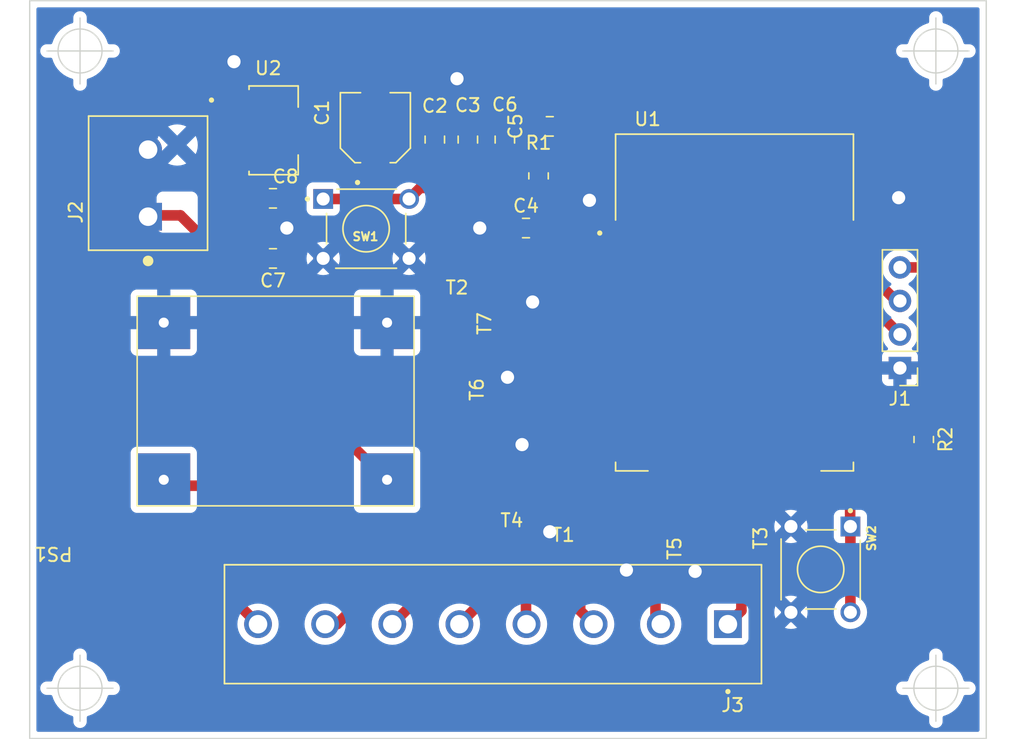
<source format=kicad_pcb>
(kicad_pcb (version 20211014) (generator pcbnew)
  (layers (0 "F.Cu" signal) (31 "B.Cu" signal) (34 "B.Paste" user) (35 "F.Paste" user) (36 "B.SilkS" user "B.Silkscreen") (37 "F.SilkS" user "F.Silkscreen") (38 "B.Mask" user) (39 "F.Mask" user) (44 "Edge.Cuts" user))
  (net 0 "")
  (net 1 "+3V3")
  (net 2 "GND")
  (net 3 "Net-(J3-Pad1)")
  (net 4 "Net-(J3-Pad2)")
  (net 5 "Net-(J3-Pad4)")
  (net 6 "Net-(J3-Pad5)")
  (net 7 "Net-(J3-Pad6)")
  (net 8 "Net-(J3-Pad7)")
  (net 9 "Net-(C7-Pad2)")
  (net 10 "Net-(J1-Pad2)")
  (net 11 "Net-(J1-Pad3)")
  (net 12 "Net-(J3-Pad3)")
  (net 13 "Net-(T1-Pad1)")
  (net 14 "Net-(T2-Pad1)")
  (net 15 "Net-(T3-Pad1)")
  (net 39 "Net-(T4-Pad1)")
  (net 40 "Net-(T5-Pad1)")
  (net 41 "Net-(T6-Pad1)")
  (net 42 "Net-(T7-Pad1)")
  (net 43 "Net-(C4-Pad2)")
  (net 44 "12V")
  (net 45 "Net-(R2-Pad2)")
  (footprint "libraries:SOT23" (layer "F.Cu") (at 150.4 108.8 -90)
    (fp_text reference "T5" (at 1.27142 -2.54284 90) (layer "F.SilkS") (effects (font (size 1.001118 1.001118))))
    (fp_text value "BC848")
    (pad "1" smd rect locked (at -0.95 1.1 270) (size 1 1.4) (layers "F.Cu" "F.Paste" "F.Mask") (net 40 "Net-(T5-Pad1)"))
    (pad "2" smd rect locked (at 0.95 1.1 270) (size 1 1.4) (layers "F.Cu" "F.Paste" "F.Mask") (net 2 "GND"))
    (pad "3" smd rect locked (at 0 -1.1 270) (size 1 1.4) (layers "F.Cu" "F.Paste" "F.Mask") (net 4 "Net-(J3-Pad2)"))
  )
  (footprint "Capacitor_SMD:C_0805_2012Metric" (layer "F.Cu") (at 140.1 79.1 90)
    (fp_text reference "C6" (at 2.65 0 180) (layer "F.SilkS"))
    (fp_text value "4.7u")
    (fp_line (start -0.261252 -0.735) (end 0.261252 -0.735) (layer "F.SilkS") (width 0.12))
    (fp_line (start -0.261252 0.735) (end 0.261252 0.735) (layer "F.SilkS") (width 0.12))
    (pad "1" smd roundrect (at -0.95 0 90) (size 1 1.45) (layers "F.Cu" "F.Paste" "F.Mask") (net 1 "+3V3"))
    (pad "2" smd roundrect (at 0.95 0 90) (size 1 1.45) (layers "F.Cu" "F.Paste" "F.Mask") (net 2 "GND"))
  )
  (footprint "libraries:TE_282841-8" (layer "F.Cu") (at 139.2 115.8 180)
    (fp_text reference "J3" (at -18.145 -6.135) (layer "F.SilkS"))
    (fp_text value "R pinnen RGB strips")
    (fp_line (start 20.32 4.5) (end -20.32 4.5) (layer "F.SilkS") (width 0.127))
    (fp_line (start -20.32 -4.5) (end 20.32 -4.5) (layer "F.SilkS") (width 0.127))
    (fp_line (start 20.32 -4.5) (end 20.32 4.5) (layer "F.SilkS") (width 0.127))
    (fp_line (start -20.32 4.5) (end -20.32 -4.5) (layer "F.SilkS") (width 0.127))
    (fp_circle (center -17.78 -5.1) (end -17.68 -5.1) (layer "F.SilkS") (width 0.2) (fill none))
    (pad "1" thru_hole rect locked (at -17.78 0 180) (size 2.1 2.1) (drill 1.4) (layers *.Cu *.Mask) (net 3 "Net-(J3-Pad1)"))
    (pad "2" thru_hole circle locked (at -12.7 0 180) (size 2.1 2.1) (drill 1.4) (layers *.Cu *.Mask) (net 4 "Net-(J3-Pad2)"))
    (pad "3" thru_hole circle locked (at -7.62 0 180) (size 2.1 2.1) (drill 1.4) (layers *.Cu *.Mask) (net 12 "Net-(J3-Pad3)"))
    (pad "4" thru_hole circle locked (at -2.54 0 180) (size 2.1 2.1) (drill 1.4) (layers *.Cu *.Mask) (net 5 "Net-(J3-Pad4)"))
    (pad "5" thru_hole circle locked (at 2.54 0 180) (size 2.1 2.1) (drill 1.4) (layers *.Cu *.Mask) (net 6 "Net-(J3-Pad5)"))
    (pad "6" thru_hole circle locked (at 7.62 0 180) (size 2.1 2.1) (drill 1.4) (layers *.Cu *.Mask) (net 7 "Net-(J3-Pad6)"))
    (pad "7" thru_hole circle locked (at 12.7 0 180) (size 2.1 2.1) (drill 1.4) (layers *.Cu *.Mask) (net 8 "Net-(J3-Pad7)"))
    (pad "8" thru_hole circle locked (at 17.78 0 180) (size 2.1 2.1) (drill 1.4) (layers *.Cu *.Mask) (net 44 "12V"))
  )
  (footprint "Capacitor_SMD:C_0805_2012Metric" (layer "F.Cu") (at 134.8 79.1 90)
    (fp_text reference "C2" (at 2.55 0 180) (layer "F.SilkS"))
    (fp_text value "22u")
    (fp_line (start -0.261252 -0.735) (end 0.261252 -0.735) (layer "F.SilkS") (width 0.12))
    (fp_line (start -0.261252 0.735) (end 0.261252 0.735) (layer "F.SilkS") (width 0.12))
    (pad "1" smd roundrect (at -0.95 0 90) (size 1 1.45) (layers "F.Cu" "F.Paste" "F.Mask") (net 1 "+3V3"))
    (pad "2" smd roundrect (at 0.95 0 90) (size 1 1.45) (layers "F.Cu" "F.Paste" "F.Mask") (net 2 "GND"))
  )
  (footprint "Capacitor_SMD:C_0805_2012Metric" (layer "F.Cu") (at 122.55 83.55)
    (fp_text reference "C8" (at 0.95 -1.65) (layer "F.SilkS"))
    (fp_text value "4.7u")
    (fp_line (start -0.261252 -0.735) (end 0.261252 -0.735) (layer "F.SilkS") (width 0.12))
    (fp_line (start -0.261252 0.735) (end 0.261252 0.735) (layer "F.SilkS") (width 0.12))
    (pad "1" smd roundrect (at -0.95 0) (size 1 1.45) (layers "F.Cu" "F.Paste" "F.Mask") (net 9 "Net-(C7-Pad2)"))
    (pad "2" smd roundrect (at 0.95 0) (size 1 1.45) (layers "F.Cu" "F.Paste" "F.Mask") (net 2 "GND"))
  )
  (footprint "Connector_PinHeader_2.54mm:PinHeader_1x04_P2.54mm_Vertical" (layer "F.Cu") (at 170 96.4 180)
    (fp_text reference "J1" (at 0 -2.33) (layer "F.SilkS"))
    (fp_text value "Conn_01x04_Female")
    (fp_line (start -1.33 8.95) (end 1.33 8.95) (layer "F.SilkS") (width 0.12))
    (fp_line (start -1.33 1.27) (end -1.33 8.95) (layer "F.SilkS") (width 0.12))
    (fp_line (start -1.33 1.27) (end 1.33 1.27) (layer "F.SilkS") (width 0.12))
    (fp_line (start 1.33 1.27) (end 1.33 8.95) (layer "F.SilkS") (width 0.12))
    (fp_line (start -1.33 0) (end -1.33 -1.33) (layer "F.SilkS") (width 0.12))
    (fp_line (start -1.33 -1.33) (end 0 -1.33) (layer "F.SilkS") (width 0.12))
    (pad "1" thru_hole rect (at 0 0 180) (size 1.7 1.7) (drill 1) (layers *.Cu *.Mask) (net 2 "GND"))
    (pad "2" thru_hole oval (at 0 2.54 180) (size 1.7 1.7) (drill 1) (layers *.Cu *.Mask) (net 10 "Net-(J1-Pad2)"))
    (pad "3" thru_hole oval (at 0 5.08 180) (size 1.7 1.7) (drill 1) (layers *.Cu *.Mask) (net 11 "Net-(J1-Pad3)"))
    (pad "4" thru_hole oval (at 0 7.62 180) (size 1.7 1.7) (drill 1) (layers *.Cu *.Mask) (net 1 "+3V3"))
  )
  (footprint "libraries:SOT23" (layer "F.Cu") (at 141.9 105.4 180)
    (fp_text reference "T4" (at 1.27142 -2.54284) (layer "F.SilkS") (effects (font (size 1.001118 1.001118))))
    (fp_text value "BC848")
    (pad "1" smd rect locked (at -0.95 1.1 180) (size 1 1.4) (layers "F.Cu" "F.Paste" "F.Mask") (net 39 "Net-(T4-Pad1)"))
    (pad "2" smd rect locked (at 0.95 1.1 180) (size 1 1.4) (layers "F.Cu" "F.Paste" "F.Mask") (net 2 "GND"))
    (pad "3" smd rect locked (at 0 -1.1 180) (size 1 1.4) (layers "F.Cu" "F.Paste" "F.Mask") (net 5 "Net-(J3-Pad4)"))
  )
  (footprint "libraries:SOT23" (layer "F.Cu") (at 139.2 90.2 180)
    (fp_text reference "T2" (at 2.718 -0.1104) (layer "F.SilkS") (effects (font (size 1.001118 1.001118))))
    (fp_text value "BC848")
    (pad "1" smd rect locked (at -0.95 1.1 180) (size 1 1.4) (layers "F.Cu" "F.Paste" "F.Mask") (net 14 "Net-(T2-Pad1)"))
    (pad "2" smd rect locked (at 0.95 1.1 180) (size 1 1.4) (layers "F.Cu" "F.Paste" "F.Mask") (net 2 "GND"))
    (pad "3" smd rect locked (at 0 -1.1 180) (size 1 1.4) (layers "F.Cu" "F.Paste" "F.Mask") (net 8 "Net-(J3-Pad7)"))
  )
  (footprint "libraries:Buck Converter" (layer "F.Cu") (at 122.6865 98.9635 180)
    (fp_text reference "PS1" (at 16.764 -11.509 180 unlocked) (layer "F.SilkS"))
    (fp_text value "ITX0512SA")
    (fp_rect (start -10.541 -7.874) (end 10.414 8.001) (layer "F.SilkS") (width 0.12) (fill none))
    (pad "1a" thru_hole rect (at 8.4 -5.9 180) (size 4 4) (drill 0.762) (layers *.Cu *.Mask) (net 44 "12V"))
    (pad "2a" thru_hole rect (at 8.4 6 180) (size 4 4) (drill 0.762) (layers *.Cu *.Mask) (net 2 "GND"))
    (pad "3a" thru_hole rect (at -8.5 -5.9 180) (size 4 4) (drill 0.762) (layers *.Cu *.Mask) (net 9 "Net-(C7-Pad2)"))
    (pad "4a" thru_hole rect (at -8.5 6 180) (size 4 4) (drill 0.762) (layers *.Cu *.Mask) (net 2 "GND"))
  )
  (footprint "libraries:SOT23" (layer "F.Cu") (at 156.9 108 -90)
    (fp_text reference "T3" (at 1.27142 -2.54284 -270) (layer "F.SilkS") (effects (font (size 1.001118 1.001118))))
    (fp_text value "BC848")
    (pad "1" smd rect locked (at -0.95 1.1 270) (size 1 1.4) (layers "F.Cu" "F.Paste" "F.Mask") (net 15 "Net-(T3-Pad1)"))
    (pad "2" smd rect locked (at 0.95 1.1 270) (size 1 1.4) (layers "F.Cu" "F.Paste" "F.Mask") (net 2 "GND"))
    (pad "3" smd rect locked (at 0 -1.1 270) (size 1 1.4) (layers "F.Cu" "F.Paste" "F.Mask") (net 3 "Net-(J3-Pad1)"))
  )
  (footprint "libraries:CAP_EEE0JA101WR" (layer "F.Cu") (at 130.3 78.2 90)
    (fp_text reference "C1" (at 1.125 -4.035 90) (layer "F.SilkS"))
    (fp_text value "220u")
    (fp_line (start -1.55 -2.65) (end -2.65 -1.55) (layer "F.SilkS") (width 0.127))
    (fp_line (start 2.65 -1.12) (end 2.65 -2.65) (layer "F.SilkS") (width 0.127))
    (fp_line (start -2.65 -1.55) (end -2.65 -1.12) (layer "F.SilkS") (width 0.127))
    (fp_line (start -2.65 1.55) (end -1.55 2.65) (layer "F.SilkS") (width 0.127))
    (fp_line (start 2.65 -2.65) (end -1.55 -2.65) (layer "F.SilkS") (width 0.127))
    (fp_line (start -2.65 1.12) (end -2.65 1.55) (layer "F.SilkS") (width 0.127))
    (fp_line (start 2.65 2.65) (end 2.65 1.12) (layer "F.SilkS") (width 0.127))
    (fp_line (start -1.55 2.65) (end 2.65 2.65) (layer "F.SilkS") (width 0.127))
    (fp_circle (center -4.15 -1.35) (end -4.05 -1.35) (layer "F.SilkS") (width 0.2) (fill none))
    (pad "1" smd rect locked (at -2.15 0 90) (size 2.8 1.6) (layers "F.Cu" "F.Paste" "F.Mask") (net 1 "+3V3"))
    (pad "2" smd rect locked (at 2.15 0 90) (size 2.8 1.6) (layers "F.Cu" "F.Paste" "F.Mask") (net 2 "GND"))
  )
  (footprint "Resistor_SMD:R_0805_2012Metric" (layer "F.Cu") (at 142.65 81.85 -90)
    (fp_text reference "R1" (at -2.5 0 180) (layer "F.SilkS"))
    (fp_text value "10k")
    (fp_line (start -0.227064 -0.735) (end 0.227064 -0.735) (layer "F.SilkS") (width 0.12))
    (fp_line (start -0.227064 0.735) (end 0.227064 0.735) (layer "F.SilkS") (width 0.12))
    (pad "1" smd roundrect (at -0.9125 0 270) (size 1.025 1.4) (layers "F.Cu" "F.Paste" "F.Mask") (roundrect_rratio 0.243902) (net 1 "+3V3"))
    (pad "2" smd roundrect (at 0.9125 0 270) (size 1.025 1.4) (layers "F.Cu" "F.Paste" "F.Mask") (roundrect_rratio 0.243902) (net 43 "Net-(C4-Pad2)"))
  )
  (footprint "libraries:SOT23" (layer "F.Cu") (at 145.8 106.5 180)
    (fp_text reference "T1" (at 1.27142 -2.54284) (layer "F.SilkS") (effects (font (size 1.001118 1.001118))))
    (fp_text value "BC848")
    (pad "1" smd rect locked (at -0.95 1.1 180) (size 1 1.4) (layers "F.Cu" "F.Paste" "F.Mask") (net 13 "Net-(T1-Pad1)"))
    (pad "2" smd rect locked (at 0.95 1.1 180) (size 1 1.4) (layers "F.Cu" "F.Paste" "F.Mask") (net 2 "GND"))
    (pad "3" smd rect locked (at 0 -1.1 180) (size 1 1.4) (layers "F.Cu" "F.Paste" "F.Mask") (net 12 "Net-(J3-Pad3)"))
  )
  (footprint "Capacitor_SMD:C_0805_2012Metric" (layer "F.Cu") (at 122.55 88.1 180)
    (fp_text reference "C7" (at 0 -1.68) (layer "F.SilkS"))
    (fp_text value "0.1u")
    (fp_line (start -0.261252 -0.735) (end 0.261252 -0.735) (layer "F.SilkS") (width 0.12))
    (fp_line (start -0.261252 0.735) (end 0.261252 0.735) (layer "F.SilkS") (width 0.12))
    (pad "1" smd roundrect (at -0.95 0 180) (size 1 1.45) (layers "F.Cu" "F.Paste" "F.Mask") (net 2 "GND"))
    (pad "2" smd roundrect (at 0.95 0 180) (size 1 1.45) (layers "F.Cu" "F.Paste" "F.Mask") (net 9 "Net-(C7-Pad2)"))
  )
  (footprint "libraries:TE_282841-2" (layer "F.Cu") (at 113.1 82.4 90)
    (fp_text reference "J2" (at -2.197155 -5.470375 90) (layer "F.SilkS") (effects (font (size 1.000984 1.000984))))
    (fp_text value "12V DC")
    (fp_line (start -5.08 4.5) (end 5.08 4.5) (layer "F.SilkS") (width 0.127))
    (fp_line (start 5.08 -4.5) (end -5.08 -4.5) (layer "F.SilkS") (width 0.127))
    (fp_line (start 5.08 4.5) (end 5.08 -4.5) (layer "F.SilkS") (width 0.127))
    (fp_line (start -5.08 -4.5) (end -5.08 4.5) (layer "F.SilkS") (width 0.127))
    (fp_circle (center -5.89 0) (end -5.69 0) (layer "F.SilkS") (width 0.4) (fill none))
    (pad "1" thru_hole rect locked (at -2.54 0 90) (size 2.1 2.1) (drill 1.4) (layers *.Cu *.Mask) (net 44 "12V"))
    (pad "2" thru_hole circle locked (at 2.54 0 90) (size 2.1 2.1) (drill 1.4) (layers *.Cu *.Mask) (net 2 "GND"))
  )
  (footprint "libraries:SOT229P700X180-4N" (layer "F.Cu") (at 122.6 78.4)
    (fp_text reference "U2" (at -0.40579 -4.70284) (layer "F.SilkS") (effects (font (size 1.001528 1.001528))))
    (fp_text value "AMS1117")
    (fp_line (start -1.86 -3.36) (end -1.86 -3.1) (layer "F.SilkS") (width 0.127))
    (fp_line (start -1.86 3.36) (end 1.86 3.36) (layer "F.SilkS") (width 0.127))
    (fp_line (start 1.86 -1.76) (end 1.86 -3.36) (layer "F.SilkS") (width 0.127))
    (fp_line (start -1.86 -3.36) (end 1.86 -3.36) (layer "F.SilkS") (width 0.127))
    (fp_line (start -1.86 3.11) (end -1.86 3.36) (layer "F.SilkS") (width 0.127))
    (fp_line (start 1.86 3.36) (end 1.86 1.87) (layer "F.SilkS") (width 0.127))
    (fp_circle (center -4.703 -2.29) (end -4.603 -2.29) (layer "F.SilkS") (width 0.2) (fill none))
    (pad "1" smd roundrect locked (at -3.345 -2.29 270) (size 0.93 1.31) (layers "F.Cu" "F.Paste" "F.Mask") (roundrect_rratio 0.1) (net 2 "GND"))
    (pad "2" smd roundrect locked (at -3.345 0 270) (size 0.93 1.31) (layers "F.Cu" "F.Paste" "F.Mask") (roundrect_rratio 0.1) (net 1 "+3V3"))
    (pad "3" smd roundrect locked (at -3.345 2.29 270) (size 0.93 1.31) (layers "F.Cu" "F.Paste" "F.Mask") (roundrect_rratio 0.1) (net 9 "Net-(C7-Pad2)"))
    (pad "4" smd roundrect locked (at 3.345 0 270) (size 3.24 1.31) (layers "F.Cu" "F.Paste" "F.Mask") (roundrect_rratio 0.1) (net 1 "+3V3"))
  )
  (footprint "libraries:SOT23" (layer "F.Cu") (at 141.1 94.3 90)
    (fp_text reference "T7" (at 1.27142 -2.54284 90) (layer "F.SilkS") (effects (font (size 1.001118 1.001118))))
    (fp_text value "BC848")
    (pad "1" smd rect locked (at -0.95 1.1 90) (size 1 1.4) (layers "F.Cu" "F.Paste" "F.Mask") (net 42 "Net-(T7-Pad1)"))
    (pad "2" smd rect locked (at 0.95 1.1 90) (size 1 1.4) (layers "F.Cu" "F.Paste" "F.Mask") (net 2 "GND"))
    (pad "3" smd rect locked (at 0 -1.1 90) (size 1 1.4) (layers "F.Cu" "F.Paste" "F.Mask") (net 7 "Net-(J3-Pad6)"))
  )
  (footprint "Resistor_SMD:R_0805_2012Metric" (layer "F.Cu") (at 171.8 101.8125 -90)
    (fp_text reference "R2" (at 0 -1.65 90) (layer "F.SilkS"))
    (fp_text value "10k")
    (fp_line (start -0.227064 -0.735) (end 0.227064 -0.735) (layer "F.SilkS") (width 0.12))
    (fp_line (start -0.227064 0.735) (end 0.227064 0.735) (layer "F.SilkS") (width 0.12))
    (pad "1" smd roundrect (at -0.9125 0 270) (size 1.025 1.4) (layers "F.Cu" "F.Paste" "F.Mask") (roundrect_rratio 0.243902) (net 1 "+3V3"))
    (pad "2" smd roundrect (at 0.9125 0 270) (size 1.025 1.4) (layers "F.Cu" "F.Paste" "F.Mask") (roundrect_rratio 0.243902) (net 45 "Net-(R2-Pad2)"))
  )
  (footprint "Capacitor_SMD:C_0805_2012Metric" (layer "F.Cu") (at 141.7 85.8)
    (fp_text reference "C4" (at 0 -1.68) (layer "F.SilkS"))
    (fp_text value "1u")
    (fp_line (start -0.261252 -0.735) (end 0.261252 -0.735) (layer "F.SilkS") (width 0.12))
    (fp_line (start -0.261252 0.735) (end 0.261252 0.735) (layer "F.SilkS") (width 0.12))
    (pad "1" smd roundrect (at -0.95 0) (size 1 1.45) (layers "F.Cu" "F.Paste" "F.Mask") (net 2 "GND"))
    (pad "2" smd roundrect (at 0.95 0) (size 1 1.45) (layers "F.Cu" "F.Paste" "F.Mask") (net 43 "Net-(C4-Pad2)"))
  )
  (footprint "Capacitor_SMD:C_0805_2012Metric" (layer "F.Cu") (at 137.3 79.1 90)
    (fp_text reference "C3" (at 2.6 0 180) (layer "F.SilkS"))
    (fp_text value "0.1u")
    (fp_line (start -0.261252 0.735) (end 0.261252 0.735) (layer "F.SilkS") (width 0.12))
    (fp_line (start -0.261252 -0.735) (end 0.261252 -0.735) (layer "F.SilkS") (width 0.12))
    (pad "1" smd roundrect (at -0.95 0 90) (size 1 1.45) (layers "F.Cu" "F.Paste" "F.Mask") (net 1 "+3V3"))
    (pad "2" smd roundrect (at 0.95 0 90) (size 1 1.45) (layers "F.Cu" "F.Paste" "F.Mask") (net 2 "GND"))
  )
  (footprint "libraries:SW_1825910-6-4" (layer "F.Cu") (at 164 111.65 -90)
    (fp_text reference "SW2" (at -2.3627 -3.844398 90) (layer "F.SilkS") (effects (font (size 0.630643 0.630643))))
    (fp_text value "BOOT")
    (fp_line (start 2.3 2.995) (end -2.3 2.995) (layer "F.SilkS") (width 0.127))
    (fp_line (start 3 -1.15) (end 3 1.15) (layer "F.SilkS") (width 0.127))
    (fp_line (start -2.995 -1.15) (end -2.995 1.15) (layer "F.SilkS") (width 0.127))
    (fp_line (start -2.2 -2.995) (end 2.3 -2.995) (layer "F.SilkS") (width 0.127))
    (fp_circle (center 0 0) (end 1.755 0) (layer "F.SilkS") (width 0.127) (fill none))
    (fp_circle (center -4.445 -2.25) (end -4.345 -2.25) (layer "F.SilkS") (width 0.2) (fill none))
    (pad "1" thru_hole rect locked (at -3.25 -2.25 270) (size 1.498 1.498) (drill 0.99) (layers *.Cu *.Mask) (net 45 "Net-(R2-Pad2)"))
    (pad "2" thru_hole circle locked (at 3.25 -2.25 270) (size 1.498 1.498) (drill 0.99) (layers *.Cu *.Mask) (net 45 "Net-(R2-Pad2)"))
    (pad "3" thru_hole circle locked (at -3.25 2.25 270) (size 1.498 1.498) (drill 0.99) (layers *.Cu *.Mask) (net 2 "GND"))
    (pad "4" thru_hole circle locked (at 3.25 2.25 270) (size 1.498 1.498) (drill 0.99) (layers *.Cu *.Mask) (net 2 "GND"))
  )
  (footprint "libraries:SOT23" (layer "F.Cu") (at 142.3 99.6 90)
    (fp_text reference "T6" (at 1.5748 -4.318 90) (layer "F.SilkS") (effects (font (size 1.001118 1.001118))))
    (fp_text value "BC848")
    (pad "1" smd rect locked (at -0.95 1.1 90) (size 1 1.4) (layers "F.Cu" "F.Paste" "F.Mask") (net 41 "Net-(T6-Pad1)"))
    (pad "2" smd rect locked (at 0.95 1.1 90) (size 1 1.4) (layers "F.Cu" "F.Paste" "F.Mask") (net 2 "GND"))
    (pad "3" smd rect locked (at 0 -1.1 90) (size 1 1.4) (layers "F.Cu" "F.Paste" "F.Mask") (net 6 "Net-(J3-Pad5)"))
  )
  (footprint "Capacitor_SMD:C_0805_2012Metric" (layer "F.Cu") (at 143.5 78.1 180)
    (fp_text reference "C5" (at 2.6 0 90) (layer "F.SilkS"))
    (fp_text value "0.1u")
    (fp_line (start -0.261252 0.735) (end 0.261252 0.735) (layer "F.SilkS") (width 0.12))
    (fp_line (start -0.261252 -0.735) (end 0.261252 -0.735) (layer "F.SilkS") (width 0.12))
    (pad "1" smd roundrect (at -0.95 0 180) (size 1 1.45) (layers "F.Cu" "F.Paste" "F.Mask") (net 1 "+3V3"))
    (pad "2" smd roundrect (at 0.95 0 180) (size 1 1.45) (layers "F.Cu" "F.Paste" "F.Mask") (net 2 "GND"))
  )
  (footprint "libraries:SW_1825910-6-4" (layer "F.Cu") (at 129.6 85.85)
    (fp_text reference "SW1" (at -0.05 0.6) (layer "F.SilkS") (effects (font (size 0.630643 0.630643))))
    (fp_text value "ENABLE")
    (fp_line (start -2.995 -1.15) (end -2.995 1.15) (layer "F.SilkS") (width 0.127))
    (fp_line (start -2.2 -2.995) (end 2.3 -2.995) (layer "F.SilkS") (width 0.127))
    (fp_line (start 2.3 2.995) (end -2.3 2.995) (layer "F.SilkS") (width 0.127))
    (fp_line (start 3 -1.15) (end 3 1.15) (layer "F.SilkS") (width 0.127))
    (fp_circle (center 0 0) (end 1.755 0) (layer "F.SilkS") (width 0.127) (fill none))
    (fp_circle (center -4.445 -2.25) (end -4.345 -2.25) (layer "F.SilkS") (width 0.2) (fill none))
    (pad "1" thru_hole rect locked (at -3.25 -2.25) (size 1.498 1.498) (drill 0.99) (layers *.Cu *.Mask) (net 43 "Net-(C4-Pad2)"))
    (pad "2" thru_hole circle locked (at 3.25 -2.25) (size 1.498 1.498) (drill 0.99) (layers *.Cu *.Mask) (net 43 "Net-(C4-Pad2)"))
    (pad "3" thru_hole circle locked (at -3.25 2.25) (size 1.498 1.498) (drill 0.99) (layers *.Cu *.Mask) (net 2 "GND"))
    (pad "4" thru_hole circle locked (at 3.25 2.25) (size 1.498 1.498) (drill 0.99) (layers *.Cu *.Mask) (net 2 "GND"))
  )
  (footprint "libraries:XCVR_ESP32-WROOM-32E_(16MB)" (layer "F.Cu") (at 157.48 91.44)
    (fp_text reference "U1" (at -6.575 -13.885) (layer "F.SilkS"))
    (fp_text value "ESP32-WROOM-32E_(16MB)")
    (fp_line (start -9 -6.25) (end -9 -12.75) (layer "F.SilkS") (width 0.127))
    (fp_line (start 6.55 12.75) (end 9 12.75) (layer "F.SilkS") (width 0.127))
    (fp_line (start -9 -12.75) (end 9 -12.75) (layer "F.SilkS") (width 0.127))
    (fp_line (start -9 12.1) (end -9 12.75) (layer "F.SilkS") (width 0.127))
    (fp_line (start 9 -12.75) (end 9 -6.25) (layer "F.SilkS") (width 0.127))
    (fp_line (start 9 12.75) (end 9 12.1) (layer "F.SilkS") (width 0.127))
    (fp_line (start -9 12.75) (end -6.55 12.75) (layer "F.SilkS") (width 0.127))
    (fp_circle (center -10.2 -5.26) (end -10.1 -5.26) (layer "F.SilkS") (width 0.2) (fill none))
    (pad "1" smd rect (at -8.75 -5.26) (size 1.5 0.9) (layers "F.Cu" "F.Paste" "F.Mask") (net 2 "GND"))
    (pad "2" smd rect (at -8.75 -3.99) (size 1.5 0.9) (layers "F.Cu" "F.Paste" "F.Mask") (net 1 "+3V3"))
    (pad "3" smd rect (at -8.75 -2.72) (size 1.5 0.9) (layers "F.Cu" "F.Paste" "F.Mask") (net 43 "Net-(C4-Pad2)"))
    (pad "4" smd rect (at -8.75 -1.45) (size 1.5 0.9) (layers "F.Cu" "F.Paste" "F.Mask"))
    (pad "5" smd rect (at -8.75 -0.18) (size 1.5 0.9) (layers "F.Cu" "F.Paste" "F.Mask"))
    (pad "6" smd rect (at -8.75 1.09) (size 1.5 0.9) (layers "F.Cu" "F.Paste" "F.Mask"))
    (pad "7" smd rect (at -8.75 2.36) (size 1.5 0.9) (layers "F.Cu" "F.Paste" "F.Mask"))
    (pad "8" smd rect (at -8.75 3.63) (size 1.5 0.9) (layers "F.Cu" "F.Paste" "F.Mask"))
    (pad "9" smd rect (at -8.75 4.9) (size 1.5 0.9) (layers "F.Cu" "F.Paste" "F.Mask") (net 14 "Net-(T2-Pad1)"))
    (pad "10" smd rect (at -8.75 6.17) (size 1.5 0.9) (layers "F.Cu" "F.Paste" "F.Mask") (net 42 "Net-(T7-Pad1)"))
    (pad "11" smd rect (at -8.75 7.44) (size 1.5 0.9) (layers "F.Cu" "F.Paste" "F.Mask") (net 41 "Net-(T6-Pad1)"))
    (pad "12" smd rect (at -8.75 8.71) (size 1.5 0.9) (layers "F.Cu" "F.Paste" "F.Mask") (net 39 "Net-(T4-Pad1)"))
    (pad "13" smd rect (at -8.75 9.98) (size 1.5 0.9) (layers "F.Cu" "F.Paste" "F.Mask") (net 13 "Net-(T1-Pad1)"))
    (pad "14" smd rect (at -8.75 11.25) (size 1.5 0.9) (layers "F.Cu" "F.Paste" "F.Mask") (net 40 "Net-(T5-Pad1)"))
    (pad "15" smd rect (at -5.715 12.5) (size 0.9 1.5) (layers "F.Cu" "F.Paste" "F.Mask") (net 2 "GND"))
    (pad "16" smd rect (at -4.445 12.5) (size 0.9 1.5) (layers "F.Cu" "F.Paste" "F.Mask") (net 15 "Net-(T3-Pad1)"))
    (pad "17" smd rect (at -3.175 12.5) (size 0.9 1.5) (layers "F.Cu" "F.Paste" "F.Mask"))
    (pad "18" smd rect (at -1.905 12.5) (size 0.9 1.5) (layers "F.Cu" "F.Paste" "F.Mask"))
    (pad "19" smd rect (at -0.635 12.5) (size 0.9 1.5) (layers "F.Cu" "F.Paste" "F.Mask"))
    (pad "20" smd rect (at 0.635 12.5) (size 0.9 1.5) (layers "F.Cu" "F.Paste" "F.Mask"))
    (pad "21" smd rect (at 1.905 12.5) (size 0.9 1.5) (layers "F.Cu" "F.Paste" "F.Mask"))
    (pad "22" smd rect (at 3.175 12.5) (size 0.9 1.5) (layers "F.Cu" "F.Paste" "F.Mask"))
    (pad "23" smd rect (at 4.445 12.5) (size 0.9 1.5) (layers "F.Cu" "F.Paste" "F.Mask"))
    (pad "24" smd rect (at 5.715 12.5) (size 0.9 1.5) (layers "F.Cu" "F.Paste" "F.Mask"))
    (pad "25" smd rect (at 8.75 11.25) (size 1.5 0.9) (layers "F.Cu" "F.Paste" "F.Mask") (net 45 "Net-(R2-Pad2)"))
    (pad "26" smd rect (at 8.75 9.98) (size 1.5 0.9) (layers "F.Cu" "F.Paste" "F.Mask"))
    (pad "27" smd rect (at 8.75 8.71) (size 1.5 0.9) (layers "F.Cu" "F.Paste" "F.Mask"))
    (pad "28" smd rect (at 8.75 7.44) (size 1.5 0.9) (layers "F.Cu" "F.Paste" "F.Mask"))
    (pad "29" smd rect (at 8.75 6.17) (size 1.5 0.9) (layers "F.Cu" "F.Paste" "F.Mask"))
    (pad "30" smd rect (at 8.75 4.9) (size 1.5 0.9) (layers "F.Cu" "F.Paste" "F.Mask"))
    (pad "31" smd rect (at 8.75 3.63) (size 1.5 0.9) (layers "F.Cu" "F.Paste" "F.Mask"))
    (pad "32" smd rect (at 8.75 2.36) (size 1.5 0.9) (layers "F.Cu" "F.Paste" "F.Mask"))
    (pad "33" smd rect (at 8.75 1.09) (size 1.5 0.9) (layers "F.Cu" "F.Paste" "F.Mask"))
    (pad "34" smd rect (at 8.75 -0.18) (size 1.5 0.9) (layers "F.Cu" "F.Paste" "F.Mask") (net 10 "Net-(J1-Pad2)"))
    (pad "35" smd rect (at 8.75 -1.45) (size 1.5 0.9) (layers "F.Cu" "F.Paste" "F.Mask") (net 11 "Net-(J1-Pad3)"))
    (pad "36" smd rect (at 8.75 -2.72) (size 1.5 0.9) (layers "F.Cu" "F.Paste" "F.Mask"))
    (pad "37" smd rect (at 8.75 -3.99) (size 1.5 0.9) (layers "F.Cu" "F.Paste" "F.Mask"))
    (pad "38" smd rect (at 8.75 -5.26) (size 1.5 0.9) (layers "F.Cu" "F.Paste" "F.Mask") (net 2 "GND"))
    (pad "39_1" smd rect (at -2.9 1.06) (size 0.9 0.9) (layers "F.Cu" "F.Paste" "F.Mask") (net 2 "GND"))
    (pad "39_2" smd rect (at -1.5 1.06) (size 0.9 0.9) (layers "F.Cu" "F.Paste" "F.Mask") (net 2 "GND"))
    (pad "39_3" smd rect (at -0.1 1.06) (size 0.9 0.9) (layers "F.Cu" "F.Paste" "F.Mask") (net 2 "GND"))
    (pad "39_4" smd rect (at -2.9 2.46) (size 0.9 0.9) (layers "F.Cu" "F.Paste" "F.Mask") (net 2 "GND"))
    (pad "39_5" smd rect (at -1.5 2.46) (size 0.9 0.9) (layers "F.Cu" "F.Paste" "F.Mask") (net 2 "GND"))
    (pad "39_6" smd rect (at -0.1 2.46) (size 0.9 0.9) (layers "F.Cu" "F.Paste" "F.Mask") (net 2 "GND"))
    (pad "39_7" smd rect (at -2.9 3.86) (size 0.9 0.9) (layers "F.Cu" "F.Paste" "F.Mask") (net 2 "GND"))
    (pad "39_8" smd rect (at -1.5 3.86) (size 0.9 0.9) (layers "F.Cu" "F.Paste" "F.Mask") (net 2 "GND"))
    (pad "39_9" smd rect (at -0.1 3.86) (size 0.9 0.9) (layers "F.Cu" "F.Paste" "F.Mask") (net 2 "GND"))
  )
  (gr_rect (start 104.14 68.58) (end 176.53 124.46) (layer "Edge.Cuts") (width 0.1) (fill none))
  (gr_text "7 Segment" (at 155 72.9) (layer "F.Cu") (effects (font (size 1.5 1.5) (thickness 0.3))))
  (target plus (at 172.72 72.39) (size 5) (width 0.1) (layer "Edge.Cuts"))
  (target plus (at 172.72 120.65) (size 5) (width 0.1) (layer "Edge.Cuts"))
  (target plus (at 107.95 120.65) (size 5) (width 0.1) (layer "Edge.Cuts"))
  (target plus (at 107.95 72.39) (size 5) (width 0.1) (layer "Edge.Cuts"))
  (segment (start 130.6 80.05) (end 130.3 80.35) (width 0.8) (layer "F.Cu") (net 1))
  (segment (start 168.1 76.2) (end 172.8 80.9) (width 0.8) (layer "F.Cu") (net 1))
  (segment (start 142.65 80.9375) (end 140.9875 80.9375) (width 0.8) (layer "F.Cu") (net 1))
  (segment (start 172.8 80.9) (end 172.8 87.48) (width 0.8) (layer "F.Cu") (net 1))
  (segment (start 146.35 76.2) (end 168.1 76.2) (width 0.8) (layer "F.Cu") (net 1))
  (segment (start 140.9875 80.9375) (end 140.1 80.05) (width 0.8) (layer "F.Cu") (net 1))
  (segment (start 144.45 80.9) (end 144.4125 80.9375) (width 0.8) (layer "F.Cu") (net 1))
  (segment (start 134.8 80.05) (end 130.6 80.05) (width 0.8) (layer "F.Cu") (net 1))
  (segment (start 144.45 78.1) (end 144.45 80.9) (width 0.8) (layer "F.Cu") (net 1))
  (segment (start 137.3 80.05) (end 140.1 80.05) (width 0.8) (layer "F.Cu") (net 1))
  (segment (start 119.255 78.4) (end 125.945 78.4) (width 0.8) (layer "F.Cu") (net 1))
  (segment (start 127.895 80.35) (end 125.945 78.4) (width 0.8) (layer "F.Cu") (net 1))
  (segment (start 142.65 80.9375) (end 144.4125 80.9375) (width 0.8) (layer "F.Cu") (net 1))
  (segment (start 172.8 88.78) (end 172.8 87.48) (width 0.8) (layer "F.Cu") (net 1))
  (segment (start 144.4125 85.2125) (end 146.65 87.45) (width 0.8) (layer "F.Cu") (net 1))
  (segment (start 130.3 80.35) (end 127.895 80.35) (width 0.8) (layer "F.Cu") (net 1))
  (segment (start 144.45 78.1) (end 146.35 76.2) (width 0.8) (layer "F.Cu") (net 1))
  (segment (start 172.8 87.48) (end 172.8 99.9) (width 0.8) (layer "F.Cu") (net 1))
  (segment (start 134.8 80.05) (end 137.3 80.05) (width 0.8) (layer "F.Cu") (net 1))
  (segment (start 170 88.78) (end 172.8 88.78) (width 0.8) (layer "F.Cu") (net 1))
  (segment (start 144.4125 80.9375) (end 144.4125 85.2125) (width 0.8) (layer "F.Cu") (net 1))
  (segment (start 146.65 87.45) (end 148.73 87.45) (width 0.8) (layer "F.Cu") (net 1))
  (segment (start 172.8 99.9) (end 171.8 100.9) (width 0.8) (layer "F.Cu") (net 1))
  (segment (start 146.5 85.4) (end 146.5 83.7) (width 0.8) (layer "F.Cu") (net 2))
  (segment (start 154.5 109.400978) (end 154.5 111.8) (width 0.8) (layer "F.Cu") (net 2))
  (segment (start 119.6 75.765) (end 119.255 76.11) (width 0.8) (layer "F.Cu") (net 2))
  (segment (start 166.23 86.18) (end 169.02 86.18) (width 0.8) (layer "F.Cu") (net 2))
  (segment (start 157.38 92.5) (end 157.38 95.3) (width 0.8) (layer "F.Cu") (net 2))
  (segment (start 151.765 103.94) (end 151.765 106.665978) (width 0.8) (layer "F.Cu") (net 2))
  (segment (start 147.28 86.18) (end 146.5 85.4) (width 0.8) (layer "F.Cu") (net 2))
  (segment (start 137.3 78.15) (end 136.45 78.15) (width 0.8) (layer "F.Cu") (net 2))
  (segment (start 138.25 85.85) (end 138.2 85.8) (width 0.8) (layer "F.Cu") (net 2))
  (segment (start 138.25 89.1) (end 138.25 85.85) (width 0.8) (layer "F.Cu") (net 2))
  (segment (start 154.58 92.5) (end 157.38 95.3) (width 0.8) (layer "F.Cu") (net 2))
  (segment (start 141.85 97.1) (end 140.3 97.1) (width 0.8) (layer "F.Cu") (net 2))
  (segment (start 169.9 85.3) (end 169.9 83.5) (width 0.8) (layer "F.Cu") (net 2))
  (segment (start 123.6 85.8) (end 123.6 88) (width 0.8) (layer "F.Cu") (net 2))
  (segment (start 132.4 78.15) (end 130.3 76.05) (width 0.8) (layer "F.Cu") (net 2))
  (segment (start 155.98 92.5) (end 155.98 95.3) (width 0.8) (layer "F.Cu") (net 2))
  (segment (start 154.58 93.9) (end 157.38 93.9) (width 0.8) (layer "F.Cu") (net 2))
  (segment (start 123.6 85.8) (end 123.6 83.65) (width 0.8) (layer "F.Cu") (net 2))
  (segment (start 136.478078 74.488945) (end 136.478078 78.121922) (width 0.8) (layer "F.Cu") (net 2))
  (segment (start 151.765 103.94) (end 151.765 101.635) (width 0.8) (layer "F.Cu") (net 2))
  (segment (start 142.2 91.4) (end 142.2 93.35) (width 0.8) (layer "F.Cu") (net 2))
  (segment (start 169.02 86.18) (end 169.9 85.3) (width 0.8) (layer "F.Cu") (net 2))
  (segment (start 140.1 78.15) (end 137.3 78.15) (width 0.8) (layer "F.Cu") (net 2))
  (segment (start 154.58 92.5) (end 157.38 92.5) (width 0.8) (layer "F.Cu") (net 2))
  (segment (start 151.765 101.635) (end 154.58 98.82) (width 0.8) (layer "F.Cu") (net 2))
  (segment (start 142.55 78.1) (end 140.15 78.1) (width 0.8) (layer "F.Cu") (net 2))
  (segment (start 143.4 98.65) (end 141.85 97.1) (width 0.8) (layer "F.Cu") (net 2))
  (segment (start 151.765 106.665978) (end 154.049022 108.95) (width 0.8) (layer "F.Cu") (net 2))
  (segment (start 136.45 78.15) (end 134.8 78.15) (width 0.8) (layer "F.Cu") (net 2))
  (segment (start 157.38 95.3) (end 154.58 95.3) (width 0.8) (layer "F.Cu") (net 2))
  (segment (start 154.049022 108.95) (end 154.5 109.400978) (width 0.8) (layer "F.Cu") (net 2))
  (segment (start 140.95 104.3) (end 140.95 102.65) (width 0.8) (layer "F.Cu") (net 2))
  (segment (start 143.5 106.75) (end 144.85 105.4) (width 0.8) (layer "F.Cu") (net 2))
  (segment (start 157.38 92.5) (end 154.58 95.3) (width 0.8) (layer "F.Cu") (net 2))
  (segment (start 140.75 85.8) (end 138.2 85.8) (width 0.8) (layer "F.Cu") (net 2))
  (segment (start 148.73 86.18) (end 147.28 86.18) (width 0.8) (layer "F.Cu") (net 2))
  (segment (start 140.15 78.1) (end 140.1 78.15) (width 0.8) (layer "F.Cu") (net 2))
  (segment (start 140.95 102.65) (end 141.4 102.2) (width 0.8) (layer "F.Cu") (net 2))
  (segment (start 134.8 78.15) (end 132.4 78.15) (width 0.8) (layer "F.Cu") (net 2))
  (segment (start 136.478078 78.121922) (end 136.45 78.15) (width 0.8) (layer "F.Cu") (net 2))
  (segment (start 154.58 95.3) (end 154.58 92.5) (width 0.8) (layer "F.Cu") (net 2))
  (segment (start 143.5 108.8) (end 143.5 106.75) (width 0.8) (layer "F.Cu") (net 2))
  (segment (start 149.3 111.7) (end 149.3 109.75) (width 0.8) (layer "F.Cu") (net 2))
  (segment (start 154.049022 108.95) (end 155.8 108.95) (width 0.8) (layer "F.Cu") (net 2))
  (segment (start 154.58 98.82) (end 154.58 95.3) (width 0.8) (layer "F.Cu") (net 2))
  (segment (start 119.6 73.2) (end 119.6 75.765) (width 0.8) (layer "F.Cu") (net 2))
  (segment (start 123.6 88) (end 123.5 88.1) (width 0.8) (layer "F.Cu") (net 2))
  (segment (start 123.5 83.55) (end 123.6 83.65) (width 0.8) (layer "F.Cu") (net 2))
  (via (at 140.3 97.1) (size 2) (drill 1) (layers "F.Cu" "B.Cu") (net 2))
  (via (at 119.6 73.2) (size 2) (drill 1) (layers "F.Cu" "B.Cu") (net 2))
  (via (at 146.5 83.7) (size 2) (drill 1) (layers "F.Cu" "B.Cu") (net 2))
  (via (at 142.2 91.4) (size 2) (drill 1) (layers "F.Cu" "B.Cu") (net 2))
  (via (at 143.5 108.8) (size 2) (drill 1) (layers "F.Cu" "B.Cu") (net 2))
  (via (at 149.3 111.7) (size 2) (drill 1) (layers "F.Cu" "B.Cu") (net 2))
  (via (at 138.2 85.8) (size 2) (drill 1) (layers "F.Cu" "B.Cu") (net 2))
  (via (at 169.9 83.5) (size 2) (drill 1) (layers "F.Cu" "B.Cu") (net 2))
  (via (at 123.6 85.8) (size 2) (drill 1) (layers "F.Cu" "B.Cu") (net 2))
  (via (at 136.478078 74.488945) (size 2) (drill 1) (layers "F.Cu" "B.Cu") (net 2))
  (via (at 154.5 111.8) (size 2) (drill 1) (layers "F.Cu" "B.Cu") (net 2))
  (via (at 141.4 102.2) (size 2) (drill 1) (layers "F.Cu" "B.Cu") (net 2))
  (segment (start 158 114.78) (end 156.98 115.8) (width 0.8) (layer "F.Cu") (net 3))
  (segment (start 158 108) (end 158 114.78) (width 0.8) (layer "F.Cu") (net 3))
  (segment (start 151.5 108.8) (end 151.5 115.4) (width 0.8) (layer "F.Cu") (net 4))
  (segment (start 151.5 115.4) (end 151.9 115.8) (width 0.8) (layer "F.Cu") (net 4))
  (segment (start 141.7 115.76) (end 141.74 115.8) (width 0.8) (layer "F.Cu") (net 5))
  (segment (start 141.7 106.7) (end 141.7 115.76) (width 0.8) (layer "F.Cu") (net 5))
  (segment (start 141.9 106.5) (end 141.7 106.7) (width 0.8) (layer "F.Cu") (net 5))
  (segment (start 141.2 99.6) (end 140.6 99.6) (width 0.8) (layer "F.Cu") (net 6))
  (segment (start 140.6 99.6) (end 139 101.2) (width 0.8) (layer "F.Cu") (net 6))
  (segment (start 139 113.46) (end 136.66 115.8) (width 0.8) (layer "F.Cu") (net 6))
  (segment (start 139 101.2) (end 139 113.46) (width 0.8) (layer "F.Cu") (net 6))
  (segment (start 137.1 97.2) (end 137.1 110.28) (width 0.8) (layer "F.Cu") (net 7))
  (segment (start 140 94.3) (end 137.1 97.2) (width 0.8) (layer "F.Cu") (net 7))
  (segment (start 137.1 110.28) (end 131.58 115.8) (width 0.8) (layer "F.Cu") (net 7))
  (segment (start 127.4 115.8) (end 126.5 115.8) (width 0.8) (layer "F.Cu") (net 8))
  (segment (start 135.2 108) (end 127.4 115.8) (width 0.8) (layer "F.Cu") (net 8))
  (segment (start 139.2 91.3) (end 135.2 95.3) (width 0.8) (layer "F.Cu") (net 8))
  (segment (start 135.2 95.3) (end 135.2 108) (width 0.8) (layer "F.Cu") (net 8))
  (segment (start 121.6 88.1) (end 121.6 95.337) (width 0.8) (layer "F.Cu") (net 9))
  (segment (start 121.6 83.035) (end 121.6 83.55) (width 0.8) (layer "F.Cu") (net 9))
  (segment (start 121.6 83.55) (end 121.6 88.1) (width 0.8) (layer "F.Cu") (net 9))
  (segment (start 121.6 95.337) (end 131.5765 105.3135) (width 0.8) (layer "F.Cu") (net 9))
  (segment (start 119.255 80.69) (end 121.6 83.035) (width 0.8) (layer "F.Cu") (net 9))
  (segment (start 166.23 91.26) (end 167.4 91.26) (width 0.8) (layer "F.Cu") (net 10))
  (segment (start 167.4 91.26) (end 170 93.86) (width 0.8) (layer "F.Cu") (net 10))
  (segment (start 169.72 91.32) (end 170 91.32) (width 0.8) (layer "F.Cu") (net 11))
  (segment (start 168.39 89.99) (end 169.72 91.32) (width 0.8) (layer "F.Cu") (net 11))
  (segment (start 166.23 89.99) (end 168.39 89.99) (width 0.8) (layer "F.Cu") (net 11))
  (segment (start 145.8 107.6) (end 145.8 114.78) (width 0.8) (layer "F.Cu") (net 12))
  (segment (start 145.8 114.78) (end 146.82 115.8) (width 0.8) (layer "F.Cu") (net 12))
  (segment (start 146.75 105.4) (end 147.35 104.8) (width 0.8) (layer "F.Cu") (net 13))
  (segment (start 147.35 104.8) (end 147.35 101.8) (width 0.8) (layer "F.Cu") (net 13))
  (segment (start 147.73 101.42) (end 148.73 101.42) (width 0.8) (layer "F.Cu") (net 13))
  (segment (start 147.35 101.8) (end 147.73 101.42) (width 0.8) (layer "F.Cu") (net 13))
  (segment (start 147.600978 96.34) (end 148.73 96.34) (width 0.8) (layer "F.Cu") (net 14))
  (segment (start 144.8 93.539022) (end 147.600978 96.34) (width 0.8) (layer "F.Cu") (net 14))
  (segment (start 143.9 89.1) (end 144.8 90) (width 0.8) (layer "F.Cu") (net 14))
  (segment (start 144.8 90) (end 144.8 93.539022) (width 0.8) (layer "F.Cu") (net 14))
  (segment (start 140.15 89.1) (end 143.9 89.1) (width 0.8) (layer "F.Cu") (net 14))
  (segment (start 153.035 105.785) (end 153.035 103.94) (width 0.8) (layer "F.Cu") (net 15))
  (segment (start 155.8 107.05) (end 154.3 107.05) (width 0.8) (layer "F.Cu") (net 15))
  (segment (start 154.3 107.05) (end 153.035 105.785) (width 0.8) (layer "F.Cu") (net 15))
  (segment (start 142.85 103.95) (end 146.65 100.15) (width 0.8) (layer "F.Cu") (net 39))
  (segment (start 142.85 104.3) (end 142.85 103.95) (width 0.8) (layer "F.Cu") (net 39))
  (segment (start 146.65 100.15) (end 148.73 100.15) (width 0.8) (layer "F.Cu") (net 39))
  (segment (start 149.3 107.85) (end 149.3 103.26) (width 0.8) (layer "F.Cu") (net 40))
  (segment (start 149.3 103.26) (end 148.73 102.69) (width 0.8) (layer "F.Cu") (net 40))
  (segment (start 145.72 98.88) (end 148.73 98.88) (width 0.8) (layer "F.Cu") (net 41))
  (segment (start 144.05 100.55) (end 145.72 98.88) (width 0.8) (layer "F.Cu") (net 41))
  (segment (start 143.4 100.55) (end 144.05 100.55) (width 0.8) (layer "F.Cu") (net 41))
  (segment (start 145.16 97.61) (end 148.73 97.61) (width 0.8) (layer "F.Cu") (net 42))
  (segment (start 142.2 95.25) (end 142.8 95.25) (width 0.8) (layer "F.Cu") (net 42))
  (segment (start 142.8 95.25) (end 145.16 97.61) (width 0.8) (layer "F.Cu") (net 42))
  (segment (start 133.6875 82.7625) (end 142.65 82.7625) (width 0.8) (layer "F.Cu") (net 43))
  (segment (start 132.85 83.6) (end 133.6875 82.7625) (width 0.8) (layer "F.Cu") (net 43))
  (segment (start 142.65 85.8) (end 142.65 82.7625) (width 0.8) (layer "F.Cu") (net 43))
  (segment (start 126.35 83.6) (end 132.85 83.6) (width 0.8) (layer "F.Cu") (net 43))
  (segment (start 142.65 85.8) (end 145.57 88.72) (width 0.8) (layer "F.Cu") (net 43))
  (segment (start 145.57 88.72) (end 148.73 88.72) (width 0.8) (layer "F.Cu") (net 43))
  (segment (start 113.2 84.84) (end 113.1 84.94) (width 0.8) (layer "F.Cu") (net 44))
  (segment (start 119 100.11) (end 119 113.38) (width 0.8) (layer "F.Cu") (net 44))
  (segment (start 113.7965 105.3135) (end 119 105.3135) (width 0.8) (layer "F.Cu") (net 44))
  (segment (start 115.5475 84.84) (end 113.2 84.84) (width 0.8) (layer "F.Cu") (net 44))
  (segment (start 119 88.2925) (end 115.5475 84.84) (width 0.8) (layer "F.Cu") (net 44))
  (segment (start 119 100.11) (end 119 88.2925) (width 0.8) (layer "F.Cu") (net 44))
  (segment (start 119 105.3135) (end 119 100.11) (width 0.8) (layer "F.Cu") (net 44))
  (segment (start 119 113.38) (end 121.42 115.8) (width 0.8) (layer "F.Cu") (net 44))
  (segment (start 166.23 108.38) (end 166.25 108.4) (width 0.8) (layer "F.Cu") (net 45))
  (segment (start 166.265 102.725) (end 166.23 102.69) (width 0.8) (layer "F.Cu") (net 45))
  (segment (start 166.23 102.69) (end 166.23 108.38) (width 0.8) (layer "F.Cu") (net 45))
  (segment (start 166.25 108.4) (end 166.25 114.9) (width 0.8) (layer "F.Cu") (net 45))
  (segment (start 171.8 102.725) (end 166.265 102.725) (width 0.8) (layer "F.Cu") (net 45))
  (zone (net 2) (net_name "GND") (layer "B.Cu") (connect_pads (clearance 0.508)) (min_thickness 0.254) (fill yes (thermal_gap 0.508) (thermal_bridge_width 1))
    (polygon (pts (xy 176.53 124.46) (xy 104.14 124.46) (xy 104.14 68.58) (xy 176.53 68.58)))
  )
)
</source>
